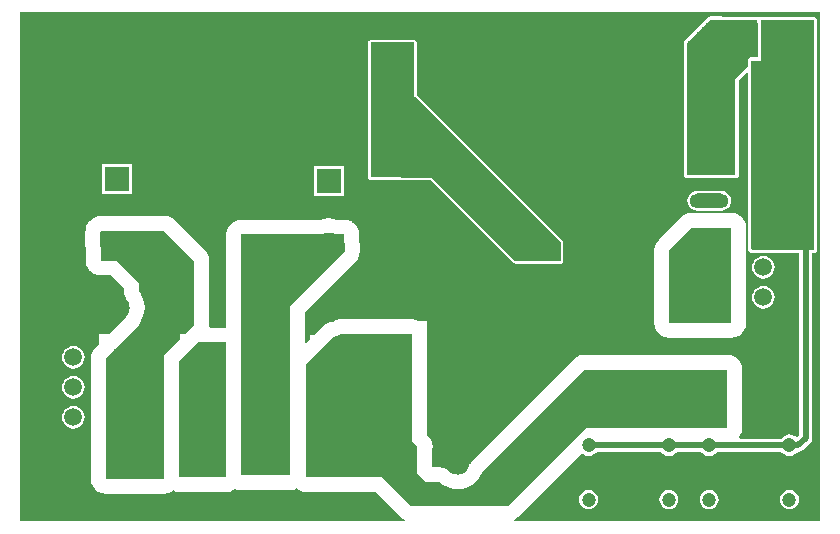
<source format=gtl>
G04*
G04 #@! TF.GenerationSoftware,Altium Limited,Altium Designer,19.0.12 (326)*
G04*
G04 Layer_Physical_Order=1*
G04 Layer_Color=255*
%FSLAX25Y25*%
%MOIN*%
G70*
G01*
G75*
%ADD13R,0.06614X0.11614*%
%ADD14R,0.08000X0.14000*%
%ADD15O,0.12992X0.05000*%
%ADD16R,0.13386X0.03937*%
%ADD17R,0.14000X0.08000*%
%ADD30C,0.01968*%
%ADD31C,0.08268*%
%ADD32R,0.08268X0.08268*%
%ADD33C,0.04724*%
%ADD34C,0.07480*%
%ADD35C,0.05906*%
%ADD36R,0.05906X0.05906*%
%ADD37C,0.02362*%
G36*
X235256Y167047D02*
X242615D01*
X242615Y167047D01*
Y154819D01*
X242484Y154689D01*
X240630D01*
X240169Y154597D01*
X239778Y154336D01*
X239517Y153945D01*
X239426Y153484D01*
X239426Y151630D01*
X235256Y147461D01*
X235256Y115486D01*
X219272Y115486D01*
X219272Y159509D01*
X226855Y167091D01*
X235256Y167047D01*
D02*
G37*
G36*
X261417Y90500D02*
X240983Y90500D01*
X240630Y90854D01*
X240630Y153484D01*
X243819D01*
Y167047D01*
X261417Y167047D01*
X261417Y90500D01*
D02*
G37*
G36*
X263583Y0D02*
X161470Y0D01*
X161371Y500D01*
X161857Y701D01*
X162885Y1490D01*
X162885Y1490D01*
X184034Y22639D01*
X184527Y22260D01*
X185389Y21903D01*
X186314Y21782D01*
X187239Y21903D01*
X188101Y22260D01*
X188841Y22828D01*
X189086Y23147D01*
X210314D01*
X210559Y22828D01*
X211299Y22260D01*
X212161Y21903D01*
X213086Y21782D01*
X214011Y21903D01*
X214873Y22260D01*
X215613Y22828D01*
X215858Y23147D01*
X223742D01*
X223987Y22828D01*
X224727Y22260D01*
X225589Y21903D01*
X226514Y21781D01*
X227439Y21903D01*
X228301Y22260D01*
X229041Y22828D01*
X229286Y23147D01*
X250514D01*
X250759Y22828D01*
X251499Y22260D01*
X252361Y21903D01*
X253286Y21781D01*
X254211Y21903D01*
X255073Y22260D01*
X255813Y22828D01*
X256058Y23147D01*
X256305D01*
X257150Y23315D01*
X257866Y23794D01*
X260261Y26189D01*
X260740Y26905D01*
X260908Y27750D01*
Y89296D01*
X261417D01*
X261878Y89387D01*
X262269Y89648D01*
X262530Y90039D01*
X262622Y90500D01*
X262622Y153484D01*
X262638D01*
Y167461D01*
X262539D01*
X262530Y167508D01*
X262269Y167899D01*
X261878Y168160D01*
X261417Y168252D01*
X243819Y168251D01*
X243358Y168160D01*
X243217Y168065D01*
X243075Y168160D01*
X242615Y168252D01*
X242615Y168252D01*
X235258D01*
X226861Y168295D01*
X226858Y168295D01*
X226855Y168295D01*
X226626Y168250D01*
X226400Y168206D01*
X226397Y168204D01*
X226394Y168203D01*
X226201Y168075D01*
X226008Y167947D01*
X226006Y167944D01*
X226003Y167943D01*
X224942Y166881D01*
X224911Y166860D01*
X224891Y166830D01*
X223406Y165346D01*
X223376Y165325D01*
X223355Y165295D01*
X221871Y163810D01*
X221840Y163790D01*
X221820Y163759D01*
X220335Y162275D01*
X220305Y162254D01*
X220284Y162224D01*
X218421Y160360D01*
X218160Y159969D01*
X218068Y159509D01*
X218068Y159509D01*
X218068Y115486D01*
X218160Y115025D01*
X218421Y114635D01*
X218812Y114374D01*
X219272Y114282D01*
X235256Y114282D01*
X235717Y114374D01*
X236107Y114635D01*
X236368Y115025D01*
X236460Y115486D01*
X236460Y146962D01*
X238964Y149466D01*
X239426Y149274D01*
X239425Y90854D01*
X239425Y90854D01*
X239517Y90393D01*
X239778Y90002D01*
X240132Y89648D01*
X240523Y89387D01*
X240983Y89296D01*
X240983Y89296D01*
X256492Y89296D01*
Y28665D01*
X255755Y27927D01*
X255073Y28450D01*
X254211Y28807D01*
X253286Y28929D01*
X252361Y28807D01*
X251499Y28450D01*
X250759Y27882D01*
X250514Y27563D01*
X236719D01*
X236472Y28063D01*
X236899Y28618D01*
X237164Y29260D01*
X237395Y29816D01*
X237395Y29816D01*
X237395Y29816D01*
X237475Y30424D01*
X237564Y31100D01*
X237564Y50500D01*
X237395Y51785D01*
X236899Y52982D01*
X236110Y54010D01*
X235082Y54799D01*
X233885Y55295D01*
X232600Y55464D01*
X184900Y55464D01*
X183615Y55295D01*
X182418Y54799D01*
X181390Y54010D01*
X147393Y20012D01*
X147047Y19562D01*
X146687Y19124D01*
X146654Y19049D01*
X146604Y18984D01*
X146387Y18460D01*
X146153Y17943D01*
X146133Y17878D01*
X145789Y17236D01*
X145327Y16673D01*
X144764Y16211D01*
X144122Y15867D01*
X143425Y15656D01*
X142700Y15584D01*
X141975Y15656D01*
X141278Y15867D01*
X140636Y16211D01*
X139850Y16856D01*
X139505Y17070D01*
X139183Y17317D01*
X138957Y17411D01*
X138749Y17540D01*
X138361Y17658D01*
X137986Y17813D01*
X137743Y17845D01*
X137509Y17916D01*
X137103Y17929D01*
X136701Y17982D01*
X134264Y17982D01*
X134264Y24040D01*
X134364Y24800D01*
X134195Y26085D01*
X133699Y27282D01*
X132910Y28310D01*
X132910Y28310D01*
X132464Y28756D01*
X132464Y62400D01*
X132323Y63470D01*
Y66850D01*
X129616D01*
X128785Y67195D01*
X127500Y67364D01*
X103757Y67364D01*
X103195Y67290D01*
X102630Y67234D01*
X102554Y67205D01*
X102473Y67195D01*
X101948Y66978D01*
X101418Y66778D01*
X101298Y66714D01*
X100223Y66387D01*
X100091Y66370D01*
X99865Y66277D01*
X99627Y66221D01*
X99269Y66030D01*
X98894Y65874D01*
X98700Y65725D01*
X98484Y65610D01*
X98188Y65333D01*
X97866Y65085D01*
X95002Y62221D01*
X93479D01*
Y60698D01*
X92226Y59446D01*
X91764Y59637D01*
Y69544D01*
X108558Y86338D01*
X108589Y86379D01*
X108629Y86410D01*
X108983Y86892D01*
X109347Y87366D01*
X109366Y87413D01*
X109397Y87454D01*
X109614Y88011D01*
X109843Y88563D01*
X109849Y88614D01*
X109868Y88661D01*
X109934Y89256D01*
X110012Y89848D01*
X110005Y89899D01*
X110011Y89949D01*
X109893Y95701D01*
X109803Y96292D01*
X109725Y96885D01*
X109706Y96932D01*
X109698Y96982D01*
X109458Y97530D01*
X109229Y98082D01*
X109198Y98122D01*
X109178Y98169D01*
X108804Y98636D01*
X108440Y99110D01*
X108400Y99141D01*
X108368Y99181D01*
X107887Y99535D01*
X107413Y99899D01*
X107365Y99918D01*
X107324Y99949D01*
X106767Y100166D01*
X106215Y100395D01*
X106165Y100401D01*
X106117Y100420D01*
X105523Y100486D01*
X104931Y100564D01*
X102454D01*
X101499Y100853D01*
X99724Y101028D01*
X97949Y100853D01*
X96995Y100564D01*
X70600D01*
X69315Y100395D01*
X68118Y99899D01*
X67090Y99110D01*
X66301Y98082D01*
X65805Y96885D01*
X65636Y95600D01*
Y64799D01*
X65368Y64564D01*
X60120D01*
X59790Y64940D01*
X59864Y65500D01*
X59864Y86900D01*
X59864Y86900D01*
X59695Y88185D01*
X59199Y89382D01*
X58410Y90410D01*
X48410Y100410D01*
X48410Y100410D01*
X47382Y101199D01*
X46185Y101695D01*
X44900Y101864D01*
X23883D01*
X23862Y101861D01*
X23840Y101864D01*
X23219Y101776D01*
X22599Y101695D01*
X22579Y101686D01*
X22557Y101683D01*
X21980Y101438D01*
X21401Y101199D01*
X21384Y101186D01*
X21364Y101177D01*
X20870Y100791D01*
X20373Y100410D01*
X20360Y100393D01*
X20343Y100379D01*
X19993Y100023D01*
X19979Y100005D01*
X19963Y99992D01*
X19590Y99489D01*
X19213Y98988D01*
X19205Y98968D01*
X19192Y98950D01*
X18962Y98367D01*
X18727Y97786D01*
X18725Y97765D01*
X18717Y97745D01*
X18646Y97122D01*
X18569Y96500D01*
X18572Y96479D01*
X18570Y96457D01*
X18737Y86814D01*
X18826Y86216D01*
X18905Y85615D01*
X18922Y85575D01*
X18928Y85532D01*
X19170Y84977D01*
X19401Y84418D01*
X19428Y84384D01*
X19445Y84344D01*
X19822Y83870D01*
X20190Y83390D01*
X20224Y83364D01*
X20252Y83330D01*
X20738Y82970D01*
X21218Y82601D01*
X21258Y82585D01*
X21293Y82559D01*
X21856Y82337D01*
X22415Y82105D01*
X22458Y82100D01*
X22499Y82084D01*
X23100Y82015D01*
X23700Y81936D01*
X27044D01*
X31536Y77444D01*
X31536Y76614D01*
X31589Y76212D01*
X31602Y75806D01*
X31673Y75572D01*
X31705Y75330D01*
X31861Y74954D01*
X31979Y74566D01*
X32108Y74358D01*
X32201Y74133D01*
X32449Y73810D01*
X32583Y73593D01*
X33011Y72794D01*
X33245Y72022D01*
X33324Y71220D01*
X33245Y70418D01*
X33011Y69647D01*
X32583Y68847D01*
X32449Y68631D01*
X32201Y68309D01*
X32108Y68083D01*
X31979Y67875D01*
X31945Y67765D01*
X26601Y62421D01*
X23279D01*
Y59099D01*
X21890Y57710D01*
X21890Y57710D01*
X21101Y56682D01*
X20605Y55485D01*
X20436Y54200D01*
Y14200D01*
X20605Y12915D01*
X21101Y11718D01*
X21890Y10690D01*
X22918Y9901D01*
X24115Y9405D01*
X25400Y9236D01*
X44900D01*
X46185Y9405D01*
X47382Y9901D01*
X47914Y10310D01*
X48335Y10137D01*
X48937Y9888D01*
X48939Y9888D01*
X48941Y9887D01*
X49578Y9804D01*
X50222Y9720D01*
X50224Y9720D01*
X50226Y9720D01*
X65377Y9747D01*
X66015Y9832D01*
X66653Y9916D01*
X66657Y9917D01*
X66662Y9918D01*
X67256Y10166D01*
X67850Y10412D01*
X67854Y10414D01*
X67858Y10416D01*
X68368Y10809D01*
X68443Y10867D01*
X69315Y10505D01*
X70600Y10336D01*
X86800D01*
X88085Y10505D01*
X89137Y10941D01*
X89818Y10419D01*
X91015Y9923D01*
X92300Y9753D01*
X115327D01*
X123590Y1490D01*
X124618Y701D01*
X125104Y500D01*
X125005Y0D01*
X-3189Y-0D01*
X-3189Y169600D01*
X263583Y169600D01*
X263583Y0D01*
D02*
G37*
G36*
X105048Y89848D02*
X86800Y71600D01*
Y15300D01*
X70600D01*
Y95600D01*
X104931D01*
X105048Y89848D01*
D02*
G37*
G36*
X65368Y14710D02*
X50218Y14684D01*
X49864Y15037D01*
X49864Y53444D01*
X53789Y57369D01*
X53789Y57369D01*
X54458Y58242D01*
X55331Y58911D01*
X55331Y58911D01*
X56020Y59600D01*
X65368D01*
X65368Y14710D01*
D02*
G37*
G36*
X54900Y86900D02*
X54900Y65500D01*
X51821Y62421D01*
X50279D01*
Y60879D01*
X44900Y55500D01*
X44900Y14200D01*
X25400D01*
Y54200D01*
X36500Y65300D01*
Y65827D01*
X36778Y66165D01*
X37619Y67738D01*
X38137Y69445D01*
X38311Y71220D01*
X38137Y72996D01*
X37619Y74703D01*
X36778Y76276D01*
X36500Y76614D01*
X36500Y79500D01*
X29100Y86900D01*
X23700D01*
X23533Y96543D01*
X23883Y96900D01*
X44900D01*
X54900Y86900D01*
D02*
G37*
G36*
X127500Y26700D02*
X129400Y24800D01*
X129300Y24700D01*
X129300Y15700D01*
X131981Y13019D01*
X136701Y13019D01*
X137865Y12064D01*
X139369Y11259D01*
X141002Y10764D01*
X142700Y10597D01*
X144398Y10764D01*
X146031Y11259D01*
X147535Y12064D01*
X148854Y13146D01*
X149937Y14465D01*
X150741Y15969D01*
X150903Y16503D01*
X184900Y50500D01*
X232600Y50500D01*
X232600Y31100D01*
X185475Y31100D01*
X159375Y5000D01*
X127100Y5000D01*
X117500Y14600D01*
Y14717D01*
X92300D01*
X92300Y52500D01*
X101375Y61576D01*
X101499Y61588D01*
X103206Y62106D01*
X103757Y62400D01*
X127500Y62400D01*
X127500Y26700D01*
D02*
G37*
%LPC*%
G36*
X34134Y118976D02*
X24291D01*
Y109134D01*
X34134D01*
Y118976D01*
D02*
G37*
G36*
X104646Y118268D02*
X94803D01*
Y108425D01*
X104646D01*
Y118268D01*
D02*
G37*
G36*
X230580Y110194D02*
X222588D01*
X221730Y110081D01*
X220930Y109749D01*
X220244Y109223D01*
X219717Y108536D01*
X219385Y107736D01*
X219272Y106878D01*
X219385Y106020D01*
X219717Y105220D01*
X220244Y104533D01*
X220930Y104006D01*
X221730Y103675D01*
X222588Y103562D01*
X230580D01*
X231438Y103675D01*
X232238Y104006D01*
X232925Y104533D01*
X233452Y105220D01*
X233783Y106020D01*
X233896Y106878D01*
X233783Y107736D01*
X233452Y108536D01*
X232925Y109223D01*
X232238Y109749D01*
X231438Y110081D01*
X230580Y110194D01*
D02*
G37*
G36*
X128200Y160450D02*
X113700Y160450D01*
X113393Y160389D01*
X113132Y160215D01*
X112958Y159955D01*
X112897Y159647D01*
X112897Y114647D01*
X112927Y114496D01*
X112957Y114342D01*
X112958Y114341D01*
X112958Y114340D01*
X113044Y114212D01*
X113130Y114081D01*
X113132Y114081D01*
X113132Y114079D01*
X113261Y113994D01*
X113390Y113907D01*
X113392Y113906D01*
X113393Y113906D01*
X113545Y113875D01*
X113697Y113844D01*
X133640Y113779D01*
X161361Y86132D01*
X161361Y86132D01*
X161361Y86132D01*
X161362Y86132D01*
X161489Y86047D01*
X161622Y85958D01*
X161622Y85958D01*
X161623Y85958D01*
X161775Y85928D01*
X161929Y85897D01*
X177000D01*
X177307Y85958D01*
X177568Y86132D01*
X177742Y86393D01*
X177803Y86700D01*
Y93100D01*
X177803Y93100D01*
X177742Y93407D01*
X177568Y93668D01*
X177568Y93668D01*
X129003Y142233D01*
X129003Y159647D01*
X128942Y159955D01*
X128768Y160215D01*
X128507Y160389D01*
X128200Y160450D01*
D02*
G37*
G36*
X244609Y88420D02*
X243632Y88291D01*
X242722Y87914D01*
X241941Y87315D01*
X241342Y86533D01*
X240965Y85624D01*
X240836Y84647D01*
X240965Y83671D01*
X241342Y82761D01*
X241941Y81980D01*
X242722Y81380D01*
X243632Y81003D01*
X244609Y80875D01*
X245585Y81003D01*
X246495Y81380D01*
X247276Y81980D01*
X247876Y82761D01*
X248253Y83671D01*
X248381Y84647D01*
X248253Y85624D01*
X247876Y86533D01*
X247276Y87315D01*
X246495Y87914D01*
X245585Y88291D01*
X244609Y88420D01*
D02*
G37*
G36*
Y78420D02*
X243632Y78291D01*
X242722Y77914D01*
X241941Y77315D01*
X241342Y76534D01*
X240965Y75624D01*
X240836Y74647D01*
X240965Y73671D01*
X241342Y72761D01*
X241941Y71980D01*
X242722Y71380D01*
X243632Y71003D01*
X244609Y70875D01*
X245585Y71003D01*
X246495Y71380D01*
X247276Y71980D01*
X247876Y72761D01*
X248253Y73671D01*
X248381Y74647D01*
X248253Y75624D01*
X247876Y76534D01*
X247276Y77315D01*
X246495Y77914D01*
X245585Y78291D01*
X244609Y78420D01*
D02*
G37*
G36*
X220700Y102764D02*
X219415Y102595D01*
X218218Y102099D01*
X217190Y101310D01*
X217190Y101310D01*
X209690Y93810D01*
X209690Y93810D01*
X209339Y93352D01*
X208901Y92782D01*
X208405Y91585D01*
X208236Y90300D01*
X208236Y66109D01*
X208405Y64825D01*
X208901Y63628D01*
X209690Y62599D01*
X210718Y61811D01*
X211915Y61315D01*
X213200Y61146D01*
X233881Y61146D01*
X235166Y61315D01*
X236363Y61811D01*
X237391Y62599D01*
X238180Y63628D01*
X238676Y64825D01*
X238845Y66109D01*
Y82338D01*
X238886Y82622D01*
X238881Y82660D01*
X238886Y82698D01*
X238841Y97815D01*
X238755Y98451D01*
X238671Y99085D01*
X238668Y99092D01*
X238667Y99099D01*
X238420Y99691D01*
X238176Y100282D01*
X238171Y100288D01*
X238168Y100295D01*
X237777Y100801D01*
X237387Y101310D01*
X237381Y101314D01*
X237376Y101320D01*
X236868Y101708D01*
X236359Y102099D01*
X236352Y102102D01*
X236346Y102106D01*
X235754Y102349D01*
X235161Y102595D01*
X235154Y102596D01*
X235147Y102598D01*
X234512Y102680D01*
X233877Y102764D01*
X220700Y102764D01*
D02*
G37*
G36*
X14609Y58420D02*
X13632Y58291D01*
X12722Y57914D01*
X11941Y57315D01*
X11342Y56533D01*
X10965Y55624D01*
X10836Y54647D01*
X10965Y53671D01*
X11342Y52761D01*
X11941Y51980D01*
X12722Y51380D01*
X13632Y51003D01*
X14609Y50875D01*
X15585Y51003D01*
X16495Y51380D01*
X17276Y51980D01*
X17876Y52761D01*
X18252Y53671D01*
X18381Y54647D01*
X18252Y55624D01*
X17876Y56533D01*
X17276Y57315D01*
X16495Y57914D01*
X15585Y58291D01*
X14609Y58420D01*
D02*
G37*
G36*
Y48420D02*
X13632Y48291D01*
X12722Y47914D01*
X11941Y47315D01*
X11342Y46533D01*
X10965Y45624D01*
X10836Y44647D01*
X10965Y43671D01*
X11342Y42761D01*
X11941Y41980D01*
X12722Y41380D01*
X13632Y41003D01*
X14609Y40875D01*
X15585Y41003D01*
X16495Y41380D01*
X17276Y41980D01*
X17876Y42761D01*
X18252Y43671D01*
X18381Y44647D01*
X18252Y45624D01*
X17876Y46533D01*
X17276Y47315D01*
X16495Y47914D01*
X15585Y48291D01*
X14609Y48420D01*
D02*
G37*
G36*
Y38420D02*
X13632Y38291D01*
X12722Y37914D01*
X11941Y37315D01*
X11342Y36533D01*
X10965Y35624D01*
X10836Y34647D01*
X10965Y33671D01*
X11342Y32761D01*
X11941Y31980D01*
X12722Y31380D01*
X13632Y31003D01*
X14609Y30875D01*
X15585Y31003D01*
X16495Y31380D01*
X17276Y31980D01*
X17876Y32761D01*
X18252Y33671D01*
X18381Y34647D01*
X18252Y35624D01*
X17876Y36533D01*
X17276Y37315D01*
X16495Y37914D01*
X15585Y38291D01*
X14609Y38420D01*
D02*
G37*
G36*
X213086Y10422D02*
X212264Y10314D01*
X211497Y9996D01*
X210840Y9492D01*
X210335Y8834D01*
X210017Y8067D01*
X209909Y7245D01*
X210017Y6423D01*
X210335Y5657D01*
X210840Y4999D01*
X211497Y4494D01*
X212264Y4177D01*
X213086Y4069D01*
X213908Y4177D01*
X214674Y4494D01*
X215332Y4999D01*
X215837Y5657D01*
X216154Y6423D01*
X216263Y7245D01*
X216154Y8067D01*
X215837Y8834D01*
X215332Y9492D01*
X214674Y9996D01*
X213908Y10314D01*
X213086Y10422D01*
D02*
G37*
G36*
X186314D02*
X185492Y10314D01*
X184726Y9996D01*
X184068Y9492D01*
X183563Y8834D01*
X183246Y8067D01*
X183137Y7245D01*
X183246Y6423D01*
X183563Y5657D01*
X184068Y4999D01*
X184726Y4494D01*
X185492Y4177D01*
X186314Y4069D01*
X187136Y4177D01*
X187902Y4494D01*
X188560Y4999D01*
X189065Y5657D01*
X189383Y6423D01*
X189491Y7245D01*
X189383Y8067D01*
X189065Y8834D01*
X188560Y9492D01*
X187902Y9996D01*
X187136Y10314D01*
X186314Y10422D01*
D02*
G37*
G36*
X253286Y10422D02*
X252464Y10313D01*
X251697Y9996D01*
X251040Y9491D01*
X250535Y8833D01*
X250217Y8067D01*
X250109Y7245D01*
X250217Y6423D01*
X250535Y5657D01*
X251040Y4999D01*
X251697Y4494D01*
X252464Y4176D01*
X253286Y4068D01*
X254108Y4176D01*
X254874Y4494D01*
X255532Y4999D01*
X256037Y5657D01*
X256354Y6423D01*
X256463Y7245D01*
X256354Y8067D01*
X256037Y8833D01*
X255532Y9491D01*
X254874Y9996D01*
X254108Y10313D01*
X253286Y10422D01*
D02*
G37*
G36*
X226514D02*
X225692Y10313D01*
X224926Y9996D01*
X224268Y9491D01*
X223763Y8833D01*
X223446Y8067D01*
X223337Y7245D01*
X223446Y6423D01*
X223763Y5657D01*
X224268Y4999D01*
X224926Y4494D01*
X225692Y4176D01*
X226514Y4068D01*
X227336Y4176D01*
X228103Y4494D01*
X228761Y4999D01*
X229265Y5657D01*
X229583Y6423D01*
X229691Y7245D01*
X229583Y8067D01*
X229265Y8833D01*
X228761Y9491D01*
X228103Y9996D01*
X227336Y10313D01*
X226514Y10422D01*
D02*
G37*
%LPD*%
G36*
X128200Y141900D02*
X177000Y93100D01*
Y86700D01*
X161929D01*
X133973Y114581D01*
X113700Y114647D01*
X113700Y159647D01*
X128200Y159647D01*
X128200Y141900D01*
D02*
G37*
G36*
X233877Y97800D02*
X233922Y82683D01*
X233881Y82642D01*
Y66109D01*
X213200Y66109D01*
X213200Y90300D01*
X220700Y97800D01*
X233877Y97800D01*
D02*
G37*
D13*
X239331Y160472D02*
D03*
X258150D02*
D03*
D14*
X102400Y50300D02*
D03*
X75400D02*
D03*
X59200Y50500D02*
D03*
X32200D02*
D03*
D15*
X226584Y95067D02*
D03*
Y106878D02*
D03*
Y118689D02*
D03*
Y130500D02*
D03*
Y142311D02*
D03*
Y154122D02*
D03*
X120600Y95067D02*
D03*
Y106878D02*
D03*
Y118689D02*
D03*
Y130500D02*
D03*
Y142311D02*
D03*
Y154122D02*
D03*
D16*
X120709Y59961D02*
D03*
X155709D02*
D03*
D17*
X223600Y72300D02*
D03*
Y45300D02*
D03*
D30*
X186314Y25355D02*
X226514D01*
X255853Y94647D02*
X258700Y91800D01*
Y27750D02*
Y91800D01*
X256305Y25355D02*
X258700Y27750D01*
X253286Y25355D02*
X256305D01*
X226514D02*
X253286D01*
X186314Y25355D02*
X186314Y25355D01*
X244609Y94647D02*
Y104647D01*
Y94647D02*
X255853D01*
D31*
X29213Y71220D02*
D03*
Y92638D02*
D03*
X99724Y70512D02*
D03*
Y91929D02*
D03*
D32*
X29213Y114055D02*
D03*
X99724Y113347D02*
D03*
D33*
X213086Y7245D02*
D03*
Y25355D02*
D03*
X186314D02*
D03*
Y7245D02*
D03*
X253286Y7245D02*
D03*
Y25355D02*
D03*
X226514D02*
D03*
Y7245D02*
D03*
D34*
X142700Y19300D02*
D03*
X122700D02*
D03*
X57300Y19000D02*
D03*
X37300D02*
D03*
X98900Y19300D02*
D03*
X78900D02*
D03*
D35*
X244609Y34647D02*
D03*
Y44647D02*
D03*
Y54647D02*
D03*
Y64647D02*
D03*
Y74647D02*
D03*
Y84647D02*
D03*
Y94647D02*
D03*
Y104647D02*
D03*
Y114647D02*
D03*
Y124647D02*
D03*
Y134647D02*
D03*
X14609Y34647D02*
D03*
Y44647D02*
D03*
Y54647D02*
D03*
Y64647D02*
D03*
Y74647D02*
D03*
Y84647D02*
D03*
Y94647D02*
D03*
Y104647D02*
D03*
Y114647D02*
D03*
Y124647D02*
D03*
Y134647D02*
D03*
D36*
X244609Y144647D02*
D03*
X14609D02*
D03*
D37*
X194987Y81411D02*
D03*
X204829Y61726D02*
D03*
X185144Y140466D02*
D03*
Y101096D02*
D03*
X155617Y81411D02*
D03*
Y42041D02*
D03*
X145774Y61726D02*
D03*
X135932Y42041D02*
D03*
X126089Y101096D02*
D03*
X116246Y81411D02*
D03*
X96561Y120781D02*
D03*
X47349Y140466D02*
D03*
X37506Y120781D02*
D03*
X27664Y140466D02*
D03*
X17821Y120781D02*
D03*
X7979Y140466D02*
D03*
X-1864Y120781D02*
D03*
X7979Y101096D02*
D03*
X-1864Y81411D02*
D03*
Y42041D02*
D03*
Y2671D02*
D03*
X149711Y164088D02*
D03*
X-1863Y152278D02*
D03*
X100499Y120781D02*
D03*
X6011Y136529D02*
D03*
X7979Y140466D02*
D03*
X126089Y69600D02*
D03*
X185144Y132592D02*
D03*
X35538Y164088D02*
D03*
X11916Y14482D02*
D03*
X41444Y160152D02*
D03*
X63097Y6608D02*
D03*
Y93222D02*
D03*
X74908Y6608D02*
D03*
X86719D02*
D03*
X149711Y85348D02*
D03*
X139869Y42041D02*
D03*
X15853Y164088D02*
D03*
X155617Y160152D02*
D03*
X173334Y132592D02*
D03*
X226483Y57789D02*
D03*
X141837Y69600D02*
D03*
X131995Y97159D02*
D03*
X200893Y69600D02*
D03*
X234357Y18419D02*
D03*
X49318Y152278D02*
D03*
X159554Y81411D02*
D03*
X133963Y156214D02*
D03*
X137900Y61726D02*
D03*
X139869Y73537D02*
D03*
X147743Y34167D02*
D03*
X21759Y160152D02*
D03*
X167428Y42041D02*
D03*
X137900Y38104D02*
D03*
X171365Y144404D02*
D03*
X185144Y156214D02*
D03*
X194987Y73537D02*
D03*
X112310Y89285D02*
D03*
X135932Y42041D02*
D03*
X139869Y57789D02*
D03*
X177270Y132592D02*
D03*
X139869Y49915D02*
D03*
X6011Y42041D02*
D03*
X112310Y112907D02*
D03*
X15853Y6608D02*
D03*
X86719Y164088D02*
D03*
X13885Y89285D02*
D03*
X151680D02*
D03*
X-1863Y112907D02*
D03*
X21759Y105033D02*
D03*
X210735Y18419D02*
D03*
X9948Y81411D02*
D03*
X59160Y164088D02*
D03*
X9948Y10545D02*
D03*
X53255Y136529D02*
D03*
X94593Y164088D02*
D03*
X159554Y34167D02*
D03*
X191050Y136529D02*
D03*
X171365D02*
D03*
X105Y14482D02*
D03*
Y156214D02*
D03*
Y132592D02*
D03*
X133963Y30230D02*
D03*
X15853Y22356D02*
D03*
X208767Y148340D02*
D03*
X67034Y156214D02*
D03*
X70971Y6608D02*
D03*
X23727Y140466D02*
D03*
X7979Y101096D02*
D03*
X181208Y132592D02*
D03*
X6011Y128655D02*
D03*
X169396Y45978D02*
D03*
X61129Y160152D02*
D03*
X196956Y14482D02*
D03*
X55223Y6608D02*
D03*
X206798Y65663D02*
D03*
X2074Y105033D02*
D03*
X59160Y6608D02*
D03*
X118215Y69600D02*
D03*
X110341Y116844D02*
D03*
X137900Y22356D02*
D03*
X7979Y164088D02*
D03*
X17822Y128655D02*
D03*
X27664Y77474D02*
D03*
X100499Y105033D02*
D03*
X175302Y160152D02*
D03*
X63097Y164088D02*
D03*
X96562Y152278D02*
D03*
X21759Y120781D02*
D03*
X153648Y53852D02*
D03*
X173334Y156214D02*
D03*
X25696Y128655D02*
D03*
X114278Y69600D02*
D03*
X204830Y156214D02*
D03*
X191050Y160152D02*
D03*
X145774Y38104D02*
D03*
X23727Y6608D02*
D03*
X145774Y45978D02*
D03*
X25696Y152278D02*
D03*
X200893Y77474D02*
D03*
X206798Y57789D02*
D03*
X185144Y164088D02*
D03*
X208767Y61726D02*
D03*
X92625Y152278D02*
D03*
X204830Y148340D02*
D03*
X194987Y160152D02*
D03*
X147743Y152278D02*
D03*
X131995Y73537D02*
D03*
X39475Y164088D02*
D03*
X157585Y77474D02*
D03*
X-1863Y2671D02*
D03*
X161522Y38104D02*
D03*
X139869Y26293D02*
D03*
X155617Y34167D02*
D03*
X200893Y14482D02*
D03*
X108373Y73537D02*
D03*
X17822Y152278D02*
D03*
X88688D02*
D03*
X143806Y65663D02*
D03*
X76877Y160152D02*
D03*
X179239D02*
D03*
X193018Y132592D02*
D03*
X214672Y57789D02*
D03*
X171365Y160152D02*
D03*
X2074Y120781D02*
D03*
X143806Y42041D02*
D03*
X149711Y53852D02*
D03*
X51286Y6608D02*
D03*
X175302Y49915D02*
D03*
X4042Y45978D02*
D03*
X31601Y148340D02*
D03*
X92625Y120781D02*
D03*
X244200Y69600D02*
D03*
X2074Y152278D02*
D03*
X165460Y45978D02*
D03*
X240263Y38104D02*
D03*
X39475Y116844D02*
D03*
X151680Y160152D02*
D03*
X112310Y81411D02*
D03*
X9948Y65663D02*
D03*
X222546Y18419D02*
D03*
X19790Y164088D02*
D03*
X106404D02*
D03*
X191050Y81411D02*
D03*
X179239Y136529D02*
D03*
X19790Y140466D02*
D03*
X212704Y164088D02*
D03*
X31601D02*
D03*
Y140466D02*
D03*
X33570Y120781D02*
D03*
X137900Y45978D02*
D03*
X169396Y164088D02*
D03*
X183176Y10545D02*
D03*
X194987Y57789D02*
D03*
X135932Y26293D02*
D03*
X53255Y144404D02*
D03*
X165460Y164088D02*
D03*
X27664Y132592D02*
D03*
X196956Y156214D02*
D03*
X4042Y140466D02*
D03*
X159554Y160152D02*
D03*
X47349Y108970D02*
D03*
X61129Y81411D02*
D03*
X105Y108970D02*
D03*
X55223Y156214D02*
D03*
X122152Y101096D02*
D03*
X45381Y152278D02*
D03*
X173334Y53852D02*
D03*
X33570Y152278D02*
D03*
X47349Y140466D02*
D03*
X105Y148340D02*
D03*
X39475Y132592D02*
D03*
X2074Y112907D02*
D03*
X104436Y160152D02*
D03*
X35538Y6608D02*
D03*
X153648Y85348D02*
D03*
X189082Y132592D02*
D03*
X194987Y65663D02*
D03*
X222546Y57789D02*
D03*
X21759Y136529D02*
D03*
X226483Y18419D02*
D03*
X19790Y108970D02*
D03*
X-1863Y49915D02*
D03*
X63097Y77474D02*
D03*
X141837Y61726D02*
D03*
X147743Y42041D02*
D03*
X149711Y69600D02*
D03*
X41444Y152278D02*
D03*
X183176Y136529D02*
D03*
X106404Y77474D02*
D03*
X27664Y164088D02*
D03*
X210735Y57789D02*
D03*
Y160152D02*
D03*
X198924Y81411D02*
D03*
X143806Y152278D02*
D03*
X161522Y164088D02*
D03*
X7979Y148340D02*
D03*
X102467Y6608D02*
D03*
X67034D02*
D03*
X35538Y148340D02*
D03*
X130026Y77474D02*
D03*
X47349Y124718D02*
D03*
X193018Y77474D02*
D03*
X37507Y160152D02*
D03*
X102467Y164088D02*
D03*
X80814Y120781D02*
D03*
X151680Y81411D02*
D03*
X-1863Y34167D02*
D03*
X4042Y164088D02*
D03*
X187113Y136529D02*
D03*
X112310Y73537D02*
D03*
X55223Y148340D02*
D03*
X43412Y124718D02*
D03*
X63097Y85348D02*
D03*
X212704Y14482D02*
D03*
Y156214D02*
D03*
X96562Y120781D02*
D03*
X139869Y152278D02*
D03*
X37507Y128655D02*
D03*
X118215Y101096D02*
D03*
X15853Y69600D02*
D03*
X141837Y45978D02*
D03*
X143806Y57789D02*
D03*
X74908Y164088D02*
D03*
X37507Y152278D02*
D03*
X57192Y97159D02*
D03*
X41444Y120781D02*
D03*
X7979Y85348D02*
D03*
X177270Y164088D02*
D03*
X7979Y124718D02*
D03*
X4042Y148340D02*
D03*
X153648Y30230D02*
D03*
X177270Y156214D02*
D03*
X163491Y49915D02*
D03*
X39475Y124718D02*
D03*
X126089Y164088D02*
D03*
X29633Y120781D02*
D03*
X145774Y164088D02*
D03*
X9948Y89285D02*
D03*
X128058Y81411D02*
D03*
X131995D02*
D03*
X153648Y38104D02*
D03*
X206798Y10545D02*
D03*
X17822Y26293D02*
D03*
X51286Y140466D02*
D03*
X94593Y6608D02*
D03*
X143806Y34167D02*
D03*
X90656Y116844D02*
D03*
X88688Y160152D02*
D03*
X167428D02*
D03*
X232389Y14482D02*
D03*
X35538Y132592D02*
D03*
X169396Y156214D02*
D03*
X27664D02*
D03*
X116247Y73537D02*
D03*
X130026Y93222D02*
D03*
X167428Y49915D02*
D03*
X202861Y10545D02*
D03*
X43412Y132592D02*
D03*
X155617Y42041D02*
D03*
X6011Y160152D02*
D03*
X196956Y77474D02*
D03*
X9948Y152278D02*
D03*
X31601Y6608D02*
D03*
X131995Y160152D02*
D03*
X194987Y18419D02*
D03*
X124121Y73537D02*
D03*
X157585Y38104D02*
D03*
X33570Y128655D02*
D03*
X82782Y116844D02*
D03*
X126089Y77474D02*
D03*
X155617Y89285D02*
D03*
X193018Y156214D02*
D03*
X116247Y81411D02*
D03*
X17822Y49915D02*
D03*
X183176Y160152D02*
D03*
X187113Y152278D02*
D03*
X151680Y65663D02*
D03*
X124121Y81411D02*
D03*
X51286Y132592D02*
D03*
X161522Y156214D02*
D03*
X153648Y45978D02*
D03*
X43412Y164088D02*
D03*
X133963Y45978D02*
D03*
X206798Y18419D02*
D03*
X47349Y156214D02*
D03*
X9948Y128655D02*
D03*
X13885Y10545D02*
D03*
X193018Y14482D02*
D03*
X19790Y6608D02*
D03*
X29633Y144404D02*
D03*
X-1863Y18419D02*
D03*
X137900Y69600D02*
D03*
X135932Y73537D02*
D03*
X21759Y65663D02*
D03*
X110341Y101096D02*
D03*
X122152Y69600D02*
D03*
X-1863Y89285D02*
D03*
X145774Y30230D02*
D03*
X159554Y73537D02*
D03*
X114278Y101096D02*
D03*
X118215Y77474D02*
D03*
X19790Y61726D02*
D03*
X141837Y164088D02*
D03*
X153648Y77474D02*
D03*
X157585Y156214D02*
D03*
X51286Y116844D02*
D03*
X2074Y2671D02*
D03*
X31601Y124718D02*
D03*
X29633Y136529D02*
D03*
X120184Y81411D02*
D03*
X133963Y93222D02*
D03*
X187113Y18419D02*
D03*
X7979Y77474D02*
D03*
X15853Y14482D02*
D03*
X165460Y53852D02*
D03*
X157585D02*
D03*
X7979Y108970D02*
D03*
X151680Y152278D02*
D03*
X51286Y148340D02*
D03*
X187113Y97159D02*
D03*
X23727Y148340D02*
D03*
X6011Y112907D02*
D03*
X67034Y164088D02*
D03*
X110341Y69600D02*
D03*
X149711Y77474D02*
D03*
X189082Y148340D02*
D03*
X21759Y112907D02*
D03*
X94593Y156214D02*
D03*
X196956Y69600D02*
D03*
X244200Y14482D02*
D03*
X84751Y152278D02*
D03*
X163491D02*
D03*
X145774Y77474D02*
D03*
X200893Y156214D02*
D03*
X90656D02*
D03*
X169396Y53852D02*
D03*
X43412Y156214D02*
D03*
X90656Y6608D02*
D03*
X198924Y73537D02*
D03*
X206798Y152278D02*
D03*
X55223Y116844D02*
D03*
X246168Y49915D02*
D03*
X13885Y152278D02*
D03*
X78845Y6608D02*
D03*
X6011Y105033D02*
D03*
X19790Y156214D02*
D03*
X214672Y18419D02*
D03*
X2074Y160152D02*
D03*
X6011Y120781D02*
D03*
X137900Y164088D02*
D03*
X141837Y38104D02*
D03*
X53255Y120781D02*
D03*
X137900Y156214D02*
D03*
X19790Y124718D02*
D03*
X159554Y65663D02*
D03*
X29633Y152278D02*
D03*
X96562Y105033D02*
D03*
X11916Y108970D02*
D03*
X137900Y53852D02*
D03*
X135932Y65663D02*
D03*
X177270Y101096D02*
D03*
X126089D02*
D03*
X145774Y85348D02*
D03*
X202861Y65663D02*
D03*
X13885Y160152D02*
D03*
X57192D02*
D03*
X151680Y42041D02*
D03*
X4042Y132592D02*
D03*
X84751Y120781D02*
D03*
X108373Y81411D02*
D03*
X9948Y112907D02*
D03*
X240263Y69600D02*
D03*
X130026D02*
D03*
X39475Y6608D02*
D03*
X120184Y73537D02*
D03*
X100499Y160152D02*
D03*
X27664Y140466D02*
D03*
X43412Y6608D02*
D03*
X9948Y73537D02*
D03*
X114278Y77474D02*
D03*
X9948Y105033D02*
D03*
X47349Y148340D02*
D03*
X133963Y38104D02*
D03*
X135932Y152278D02*
D03*
Y160152D02*
D03*
X159554Y152278D02*
D03*
X33570Y160152D02*
D03*
X202861Y73537D02*
D03*
X82782Y156214D02*
D03*
X202861Y81411D02*
D03*
X208767Y156214D02*
D03*
X106404Y116844D02*
D03*
X31601Y132592D02*
D03*
X161522Y53852D02*
D03*
X-1863Y120781D02*
D03*
X218609Y18419D02*
D03*
X191050D02*
D03*
X-1863Y136529D02*
D03*
Y105033D02*
D03*
X49318Y136529D02*
D03*
X114278Y6608D02*
D03*
X149711Y30230D02*
D03*
X242231Y49915D02*
D03*
X189082Y164088D02*
D03*
X61129Y89285D02*
D03*
X35538Y124718D02*
D03*
X43412Y116844D02*
D03*
X65066Y152278D02*
D03*
X80814Y160152D02*
D03*
X51286Y164088D02*
D03*
X130026D02*
D03*
X25696Y144404D02*
D03*
X49318D02*
D03*
X70971Y164088D02*
D03*
X133963Y69600D02*
D03*
X147743Y49915D02*
D03*
X63097Y69600D02*
D03*
X193018D02*
D03*
X200893Y164088D02*
D03*
X80814Y152278D02*
D03*
X17822Y160152D02*
D03*
X23727Y164088D02*
D03*
X55223Y140466D02*
D03*
X23727Y156214D02*
D03*
X98530Y6608D02*
D03*
X163491Y42041D02*
D03*
X59160Y93222D02*
D03*
X155617Y73537D02*
D03*
X171365Y49915D02*
D03*
X-1863Y65663D02*
D03*
X39475Y108970D02*
D03*
X202861Y18419D02*
D03*
X27664Y148340D02*
D03*
X216641Y14482D02*
D03*
X236326D02*
D03*
X4042Y61726D02*
D03*
X173334Y101096D02*
D03*
X45381Y120781D02*
D03*
X47349Y132592D02*
D03*
X133963Y85348D02*
D03*
X143806Y26293D02*
D03*
X175302Y136529D02*
D03*
X234357Y57789D02*
D03*
X9948Y144404D02*
D03*
X7979Y69600D02*
D03*
X47349Y164088D02*
D03*
X2074Y136529D02*
D03*
X189082Y14482D02*
D03*
X21759Y152278D02*
D03*
X240263Y61726D02*
D03*
X21759Y128655D02*
D03*
X204830Y69600D02*
D03*
X153648Y156214D02*
D03*
X72940Y152278D02*
D03*
X185144Y14482D02*
D03*
X43412Y108970D02*
D03*
X198924Y10545D02*
D03*
X84751Y112907D02*
D03*
X151680Y26293D02*
D03*
X181208Y6608D02*
D03*
X-1863Y97159D02*
D03*
X19790Y77474D02*
D03*
X145774Y53852D02*
D03*
X2074Y97159D02*
D03*
X9948Y136529D02*
D03*
X53255Y152278D02*
D03*
X108373Y112907D02*
D03*
X147743Y81411D02*
D03*
X208767Y164088D02*
D03*
X143806Y73537D02*
D03*
X145774Y93222D02*
D03*
X135932Y57789D02*
D03*
X155617Y65663D02*
D03*
X2074Y144404D02*
D03*
X105Y6608D02*
D03*
X25696Y160152D02*
D03*
X84751D02*
D03*
X133963Y61726D02*
D03*
X141837Y30230D02*
D03*
X179239Y10545D02*
D03*
X161522Y45978D02*
D03*
X157585Y164088D02*
D03*
X193018D02*
D03*
X6011Y49915D02*
D03*
X194987Y10545D02*
D03*
X105Y124718D02*
D03*
X191050Y152278D02*
D03*
X7979Y116844D02*
D03*
X242231Y18419D02*
D03*
X47349Y6608D02*
D03*
X69003Y160152D02*
D03*
X-1863Y26293D02*
D03*
X135932Y34167D02*
D03*
X177270Y53852D02*
D03*
X110341Y6608D02*
D03*
X39475Y156214D02*
D03*
X110341D02*
D03*
X133963Y77474D02*
D03*
X15853Y156214D02*
D03*
X49318Y160152D02*
D03*
X181208Y164088D02*
D03*
X167428Y152278D02*
D03*
X149711Y38104D02*
D03*
X137900Y30230D02*
D03*
X17822Y18419D02*
D03*
X59160Y156214D02*
D03*
X147743Y160152D02*
D03*
X53255Y128655D02*
D03*
X98530Y164088D02*
D03*
X208767Y14482D02*
D03*
X55223Y164088D02*
D03*
X69003Y152278D02*
D03*
X122152Y77474D02*
D03*
X7979Y53852D02*
D03*
X19790Y69600D02*
D03*
X133963Y53852D02*
D03*
X82782Y6608D02*
D03*
X19790Y148340D02*
D03*
X141837Y156214D02*
D03*
X9948Y49915D02*
D03*
X147743Y26293D02*
D03*
X157585Y45978D02*
D03*
X183176Y18419D02*
D03*
X131995Y89285D02*
D03*
X246168Y18419D02*
D03*
X110341Y164088D02*
D03*
X128058Y89285D02*
D03*
X-1863Y42041D02*
D03*
X105Y164088D02*
D03*
X53255Y160152D02*
D03*
X147743Y73537D02*
D03*
X149711Y156214D02*
D03*
X4042Y101096D02*
D03*
X173334Y164088D02*
D03*
X106404Y6608D02*
D03*
X2074Y128655D02*
D03*
X216641Y164088D02*
D03*
X4042Y156214D02*
D03*
X9948Y120781D02*
D03*
X17822Y10545D02*
D03*
X108373Y105033D02*
D03*
X102467Y77474D02*
D03*
X25696Y136529D02*
D03*
X29633Y128655D02*
D03*
X130026Y85348D02*
D03*
X191050Y10545D02*
D03*
X194987Y136529D02*
D03*
X139869Y65663D02*
D03*
X198924Y18419D02*
D03*
X17822Y120781D02*
D03*
X25696D02*
D03*
X189082Y140466D02*
D03*
X110341Y77474D02*
D03*
X145774Y156214D02*
D03*
X41444Y128655D02*
D03*
X35538Y156214D02*
D03*
X126089Y85348D02*
D03*
X157585Y69600D02*
D03*
X177270Y6608D02*
D03*
X-1863Y128655D02*
D03*
X151680Y34167D02*
D03*
X179239Y97159D02*
D03*
X7979Y45978D02*
D03*
X9948Y160152D02*
D03*
X45381D02*
D03*
X110341Y85348D02*
D03*
X155617Y49915D02*
D03*
X196956Y164088D02*
D03*
X191050Y73537D02*
D03*
X19790Y132592D02*
D03*
X11916Y30230D02*
D03*
X98530Y156214D02*
D03*
X159554Y42041D02*
D03*
X57192Y105033D02*
D03*
X35538Y108970D02*
D03*
X29633Y160152D02*
D03*
X72940D02*
D03*
X165460Y156214D02*
D03*
X185144Y101096D02*
D03*
X145774Y69600D02*
D03*
X4042Y53852D02*
D03*
X49318Y128655D02*
D03*
X88688Y112907D02*
D03*
X151680Y49915D02*
D03*
X108373Y152278D02*
D03*
X204830Y61726D02*
D03*
X210735Y152278D02*
D03*
X11916Y6608D02*
D03*
X130026Y101096D02*
D03*
X4042Y108970D02*
D03*
X145774Y61726D02*
D03*
X31601Y156214D02*
D03*
X228452Y14482D02*
D03*
X230420Y18419D02*
D03*
X92625Y160152D02*
D03*
X23727Y124718D02*
D03*
X51286Y156214D02*
D03*
X-1863Y81411D02*
D03*
X19790Y116844D02*
D03*
X21759Y73537D02*
D03*
X-1863Y10545D02*
D03*
X6011Y152278D02*
D03*
X23727Y77474D02*
D03*
X88688Y120781D02*
D03*
X110341Y108970D02*
D03*
X155617Y81411D02*
D03*
X198924Y160152D02*
D03*
X224515Y14482D02*
D03*
X4042Y124718D02*
D03*
X86719Y116844D02*
D03*
X78845Y156214D02*
D03*
X90656Y164088D02*
D03*
X106404Y108970D02*
D03*
X163491Y160152D02*
D03*
X206798D02*
D03*
X218609Y57789D02*
D03*
X238294Y18419D02*
D03*
X57192Y152278D02*
D03*
X96562Y160152D02*
D03*
X108373D02*
D03*
X159554Y49915D02*
D03*
X133963Y164088D02*
D03*
X135932Y49915D02*
D03*
X105Y101096D02*
D03*
X27664Y124718D02*
D03*
X6011Y57789D02*
D03*
X181208Y156214D02*
D03*
X105Y140466D02*
D03*
X61129Y73537D02*
D03*
X139869Y160152D02*
D03*
X143806D02*
D03*
X183176Y97159D02*
D03*
X6011Y144404D02*
D03*
X21759D02*
D03*
X35538Y116844D02*
D03*
X155617Y152278D02*
D03*
X13885Y18419D02*
D03*
X51286Y108970D02*
D03*
X27664Y6608D02*
D03*
X23727Y132592D02*
D03*
X51286Y124718D02*
D03*
X147743Y89285D02*
D03*
X187113Y144404D02*
D03*
X202861Y57789D02*
D03*
X181208Y101096D02*
D03*
X118215Y164088D02*
D03*
X173334Y6608D02*
D03*
X37507Y120781D02*
D03*
X-1863Y73537D02*
D03*
X122152Y164088D02*
D03*
X157585Y85348D02*
D03*
X86719Y156214D02*
D03*
X141837Y53852D02*
D03*
X4042Y116844D02*
D03*
X92625Y112907D02*
D03*
X214672Y160152D02*
D03*
X240263Y30230D02*
D03*
X7979D02*
D03*
X11916Y156214D02*
D03*
X-1863Y160152D02*
D03*
X74908Y156214D02*
D03*
X49318Y120781D02*
D03*
X78845Y116844D02*
D03*
X139869Y34167D02*
D03*
X202861Y160152D02*
D03*
X61129Y152278D02*
D03*
X-1863Y144404D02*
D03*
X230420Y57789D02*
D03*
X80814Y112907D02*
D03*
X193018Y61726D02*
D03*
X112310Y97159D02*
D03*
X143806Y49915D02*
D03*
X39475Y148340D02*
D03*
X175302Y10545D02*
D03*
X7979Y132592D02*
D03*
X171365Y152278D02*
D03*
X11916Y22356D02*
D03*
X55223Y132592D02*
D03*
X7979Y156214D02*
D03*
X204830Y14482D02*
D03*
X147743Y65663D02*
D03*
X112310Y105033D02*
D03*
X63097Y156214D02*
D03*
X131995Y152278D02*
D03*
X153648Y69600D02*
D03*
X82782Y164088D02*
D03*
X76877Y152278D02*
D03*
X105Y93222D02*
D03*
X106404Y69600D02*
D03*
X43412Y148340D02*
D03*
X151680Y73537D02*
D03*
X181208Y93222D02*
D03*
X187113Y160152D02*
D03*
X-1863Y57789D02*
D03*
X25696Y65663D02*
D03*
X47349Y116844D02*
D03*
X70971Y156214D02*
D03*
X153648Y164088D02*
D03*
X181208Y14482D02*
D03*
X189082Y156214D02*
D03*
X240263Y14482D02*
D03*
X238294Y57789D02*
D03*
X11916Y164088D02*
D03*
X104436Y105033D02*
D03*
X149711Y45978D02*
D03*
X78845Y164088D02*
D03*
X11916Y69600D02*
D03*
X55223Y124718D02*
D03*
X220578Y14482D02*
D03*
X128058Y73537D02*
D03*
X114278Y164088D02*
D03*
X185144Y140466D02*
D03*
X191050Y144404D02*
D03*
X105Y116844D02*
D03*
X194987Y81411D02*
D03*
X65066Y160152D02*
D03*
X204830Y164088D02*
D03*
X45381Y128655D02*
D03*
X226614Y165157D02*
D03*
X225079Y163622D02*
D03*
X223543Y162087D02*
D03*
X222008Y160551D02*
D03*
X220512Y158976D02*
D03*
X170600Y88675D02*
D03*
X175600D02*
D03*
X173100D02*
D03*
X168000D02*
D03*
X165600D02*
D03*
X163100D02*
D03*
M02*

</source>
